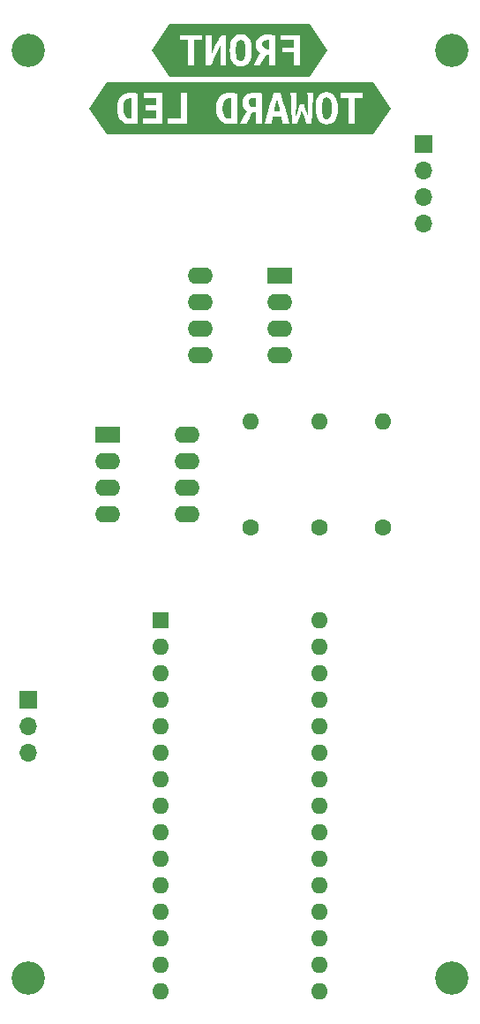
<source format=gbr>
%TF.GenerationSoftware,KiCad,Pcbnew,(6.0.0-0)*%
%TF.CreationDate,2022-10-16T11:18:23-07:00*%
%TF.ProjectId,refresh rate reader,72656672-6573-4682-9072-617465207265,rev?*%
%TF.SameCoordinates,Original*%
%TF.FileFunction,Soldermask,Bot*%
%TF.FilePolarity,Negative*%
%FSLAX46Y46*%
G04 Gerber Fmt 4.6, Leading zero omitted, Abs format (unit mm)*
G04 Created by KiCad (PCBNEW (6.0.0-0)) date 2022-10-16 11:18:23*
%MOMM*%
%LPD*%
G01*
G04 APERTURE LIST*
%ADD10R,1.700000X1.700000*%
%ADD11O,1.700000X1.700000*%
%ADD12C,1.600000*%
%ADD13O,1.600000X1.600000*%
%ADD14R,2.400000X1.600000*%
%ADD15O,2.400000X1.600000*%
%ADD16R,1.600000X1.600000*%
%ADD17C,3.200000*%
G04 APERTURE END LIST*
%TO.C,kibuzzard-634C412A*%
G36*
X132858404Y-61439999D02*
G01*
X135537575Y-61439999D01*
X135563173Y-61819213D01*
X135639969Y-62137705D01*
X135762008Y-62399047D01*
X135923337Y-62606811D01*
X136121577Y-62763379D01*
X136354344Y-62871130D01*
X136616877Y-62933638D01*
X136904412Y-62954474D01*
X137211594Y-62937805D01*
X137337384Y-62916374D01*
X137980737Y-62916374D01*
X139871450Y-62916374D01*
X140361987Y-62916374D01*
X142214600Y-62916374D01*
X142214600Y-61439999D01*
X145062575Y-61439999D01*
X145088173Y-61819213D01*
X145164969Y-62137705D01*
X145287008Y-62399047D01*
X145448337Y-62606811D01*
X145646577Y-62763379D01*
X145879344Y-62871130D01*
X146141877Y-62933638D01*
X146429412Y-62954474D01*
X146736594Y-62937805D01*
X146862384Y-62916374D01*
X147367625Y-62916374D01*
X147981987Y-62916374D01*
X148100455Y-62635982D01*
X148236781Y-62366305D01*
X148387395Y-62100201D01*
X148548725Y-61830524D01*
X148853525Y-61830524D01*
X148853525Y-62916374D01*
X149439312Y-62916374D01*
X149739350Y-62916374D01*
X150368000Y-62916374D01*
X150506112Y-62235336D01*
X151291925Y-62235336D01*
X151425275Y-62916374D01*
X152034875Y-62916374D01*
X151950864Y-62573950D01*
X151866473Y-62243909D01*
X151781700Y-61926250D01*
X151696547Y-61620974D01*
X151611012Y-61328080D01*
X151504749Y-60974316D01*
X151400272Y-60629779D01*
X151297580Y-60294469D01*
X151196675Y-59968386D01*
X152187275Y-59968386D01*
X152201562Y-60335694D01*
X152215850Y-60713718D01*
X152231328Y-61095908D01*
X152249187Y-61475718D01*
X152270023Y-61851360D01*
X152294431Y-62221049D01*
X152322411Y-62578236D01*
X152353962Y-62916374D01*
X152839737Y-62916374D01*
X152944512Y-62605026D01*
X153049287Y-62271055D01*
X153154062Y-61933513D01*
X153258837Y-61611449D01*
X153365994Y-61924583D01*
X153477912Y-62263911D01*
X153587450Y-62603240D01*
X153687462Y-62916374D01*
X154173237Y-62916374D01*
X154208956Y-62577641D01*
X154239912Y-62218668D01*
X154266702Y-61847193D01*
X154289919Y-61470955D01*
X154291520Y-61439999D01*
X154587575Y-61439999D01*
X154604839Y-61797633D01*
X154656631Y-62108535D01*
X154742952Y-62372705D01*
X154863800Y-62590143D01*
X155073350Y-62805778D01*
X155333700Y-62935159D01*
X155644850Y-62978286D01*
X155963673Y-62935159D01*
X156227992Y-62805778D01*
X156437806Y-62590143D01*
X156557613Y-62372705D01*
X156643189Y-62108535D01*
X156694535Y-61797633D01*
X156711650Y-61439999D01*
X156694088Y-61082365D01*
X156641403Y-60771463D01*
X156553595Y-60507293D01*
X156523556Y-60454161D01*
X156959300Y-60454161D01*
X157735587Y-60454161D01*
X157735587Y-62916374D01*
X158326137Y-62916374D01*
X158326137Y-60454161D01*
X159102425Y-60454161D01*
X159102425Y-59968386D01*
X156959300Y-59968386D01*
X156959300Y-60454161D01*
X156523556Y-60454161D01*
X156430662Y-60289855D01*
X156218996Y-60074220D01*
X155958646Y-59944839D01*
X155649612Y-59901711D01*
X155331054Y-59944839D01*
X155067529Y-60074220D01*
X154859037Y-60289855D01*
X154740273Y-60507293D01*
X154655441Y-60771463D01*
X154604541Y-61082365D01*
X154587575Y-61439999D01*
X154291520Y-61439999D01*
X154309564Y-61091146D01*
X154325637Y-60708955D01*
X154338734Y-60332122D01*
X154349450Y-59968386D01*
X153806525Y-59968386D01*
X153811287Y-60254136D01*
X153816050Y-60549411D01*
X153820812Y-60848854D01*
X153825575Y-61147105D01*
X153830337Y-61441190D01*
X153835100Y-61728130D01*
X153838672Y-62002569D01*
X153839862Y-62259149D01*
X153742231Y-61925774D01*
X153637456Y-61568586D01*
X153544587Y-61244736D01*
X153477912Y-61011374D01*
X153049287Y-61011374D01*
X152992137Y-61235211D01*
X152908794Y-61530486D01*
X152808781Y-61878149D01*
X152701625Y-62259149D01*
X152702816Y-62002569D01*
X152706387Y-61728130D01*
X152711150Y-61441785D01*
X152715912Y-61149486D01*
X152720675Y-60852426D01*
X152725437Y-60551793D01*
X152729009Y-60254732D01*
X152730200Y-59968386D01*
X152187275Y-59968386D01*
X151196675Y-59968386D01*
X150558500Y-59968386D01*
X150453874Y-60297148D01*
X150349545Y-60635732D01*
X150245514Y-60984138D01*
X150141781Y-61342368D01*
X150059390Y-61637738D01*
X149977951Y-61942824D01*
X149897465Y-62257625D01*
X149817931Y-62582142D01*
X149739350Y-62916374D01*
X149439312Y-62916374D01*
X149439312Y-60011249D01*
X149251194Y-59975530D01*
X149044025Y-59951718D01*
X148844000Y-59939811D01*
X148677312Y-59935049D01*
X148436806Y-59949336D01*
X148220112Y-59992199D01*
X148029612Y-60064827D01*
X147867687Y-60168411D01*
X147641469Y-60470830D01*
X147582533Y-60670260D01*
X147562887Y-60901836D01*
X147589081Y-61147105D01*
X147667662Y-61368561D01*
X147806966Y-61553108D01*
X148015325Y-61687649D01*
X147843875Y-61961493D01*
X147667662Y-62275818D01*
X147503356Y-62604430D01*
X147367625Y-62916374D01*
X146862384Y-62916374D01*
X147058062Y-62883036D01*
X147058062Y-60006486D01*
X146681825Y-59949336D01*
X146353212Y-59935049D01*
X146075202Y-59956480D01*
X145822194Y-60020774D01*
X145600142Y-60130907D01*
X145415000Y-60289855D01*
X145266767Y-60498215D01*
X145155444Y-60756580D01*
X145085792Y-61069119D01*
X145062575Y-61439999D01*
X142214600Y-61439999D01*
X142214600Y-59968386D01*
X141624050Y-59968386D01*
X141624050Y-62430599D01*
X140361987Y-62430599D01*
X140361987Y-62916374D01*
X139871450Y-62916374D01*
X139871450Y-59968386D01*
X138085512Y-59968386D01*
X138085512Y-60454161D01*
X139285662Y-60454161D01*
X139285662Y-61116149D01*
X138242675Y-61116149D01*
X138242675Y-61601924D01*
X139285662Y-61601924D01*
X139285662Y-62430599D01*
X137980737Y-62430599D01*
X137980737Y-62916374D01*
X137337384Y-62916374D01*
X137533062Y-62883036D01*
X137533062Y-60006486D01*
X137156825Y-59949336D01*
X136828212Y-59935049D01*
X136550202Y-59956480D01*
X136297194Y-60020774D01*
X136075142Y-60130907D01*
X135890000Y-60289855D01*
X135741767Y-60498215D01*
X135630444Y-60756580D01*
X135560792Y-61069119D01*
X135537575Y-61439999D01*
X132858404Y-61439999D01*
X134545387Y-58909524D01*
X160094612Y-58909524D01*
X161781596Y-61439999D01*
X160094612Y-63970474D01*
X134545387Y-63970474D01*
X132858404Y-61439999D01*
G37*
G36*
X155892500Y-60492261D02*
G01*
X156032994Y-60713718D01*
X156099669Y-61039949D01*
X156112170Y-61232830D01*
X156116337Y-61439999D01*
X156112170Y-61647763D01*
X156099669Y-61842430D01*
X156032994Y-62168661D01*
X155892500Y-62387736D01*
X155649612Y-62468699D01*
X155409106Y-62387736D01*
X155266231Y-62166280D01*
X155199556Y-61840049D01*
X155187055Y-61647168D01*
X155182887Y-61439999D01*
X155187055Y-61232235D01*
X155199556Y-61037568D01*
X155266231Y-60711336D01*
X155406725Y-60492261D01*
X155649612Y-60411299D01*
X155892500Y-60492261D01*
G37*
G36*
X146386550Y-60447018D02*
G01*
X146472275Y-60458924D01*
X146472275Y-62440124D01*
X146419887Y-62444886D01*
X146367500Y-62444886D01*
X146031744Y-62368686D01*
X145812669Y-62159136D01*
X145693606Y-61842430D01*
X145666817Y-61650144D01*
X145657887Y-61439999D01*
X145686462Y-61068524D01*
X145786475Y-60749436D01*
X145981737Y-60527980D01*
X146300825Y-60444636D01*
X146386550Y-60447018D01*
G37*
G36*
X136861550Y-60447018D02*
G01*
X136947275Y-60458924D01*
X136947275Y-62440124D01*
X136894887Y-62444886D01*
X136842500Y-62444886D01*
X136506744Y-62368686D01*
X136287669Y-62159136D01*
X136168606Y-61842430D01*
X136141817Y-61650144D01*
X136132887Y-61439999D01*
X136161462Y-61068524D01*
X136261475Y-60749436D01*
X136456737Y-60527980D01*
X136775825Y-60444636D01*
X136861550Y-60447018D01*
G37*
G36*
X150979981Y-60856593D02*
G01*
X151056181Y-61151868D01*
X151122856Y-61444761D01*
X151182387Y-61749561D01*
X150606125Y-61749561D01*
X150663275Y-61444761D01*
X150727569Y-61151868D01*
X150803769Y-60856593D01*
X150891875Y-60539886D01*
X150979981Y-60856593D01*
G37*
G36*
X148758275Y-60447018D02*
G01*
X148853525Y-60458924D01*
X148853525Y-61344749D01*
X148724937Y-61344749D01*
X148466572Y-61315579D01*
X148291550Y-61228068D01*
X148158200Y-60897074D01*
X148193919Y-60694668D01*
X148301075Y-60554174D01*
X148466572Y-60472021D01*
X148677312Y-60444636D01*
X148758275Y-60447018D01*
G37*
%TO.C,kibuzzard-634C4154*%
G36*
X138897254Y-55880000D02*
G01*
X139554479Y-54894162D01*
X141576425Y-54894162D01*
X142352713Y-54894162D01*
X142352713Y-57356375D01*
X142943263Y-57356375D01*
X144057688Y-57356375D01*
X144529175Y-57356375D01*
X144666494Y-57029615D01*
X144811750Y-56703383D01*
X144964944Y-56377681D01*
X145126075Y-56051979D01*
X145295144Y-55725748D01*
X145472150Y-55398987D01*
X145472150Y-57356375D01*
X146000788Y-57356375D01*
X146000788Y-55880000D01*
X146348450Y-55880000D01*
X146365714Y-56237634D01*
X146417506Y-56548536D01*
X146503827Y-56812706D01*
X146624675Y-57030144D01*
X146834225Y-57245779D01*
X147094575Y-57375160D01*
X147405725Y-57418287D01*
X147724548Y-57375160D01*
X147762925Y-57356375D01*
X148653500Y-57356375D01*
X149267863Y-57356375D01*
X149386330Y-57075983D01*
X149522656Y-56806306D01*
X149673270Y-56540202D01*
X149834600Y-56270525D01*
X150139400Y-56270525D01*
X150139400Y-57356375D01*
X150725188Y-57356375D01*
X150725188Y-54894162D01*
X151258588Y-54894162D01*
X152477788Y-54894162D01*
X152477788Y-55608537D01*
X151410988Y-55608537D01*
X151410988Y-56094312D01*
X152477788Y-56094312D01*
X152477788Y-57356375D01*
X153063575Y-57356375D01*
X153063575Y-54408387D01*
X151258588Y-54408387D01*
X151258588Y-54894162D01*
X150725188Y-54894162D01*
X150725188Y-54451250D01*
X150537069Y-54415531D01*
X150329900Y-54391719D01*
X150129875Y-54379812D01*
X149963188Y-54375050D01*
X149722681Y-54389337D01*
X149505988Y-54432200D01*
X149315488Y-54504828D01*
X149153563Y-54608412D01*
X148927344Y-54910831D01*
X148868408Y-55110261D01*
X148848763Y-55341837D01*
X148874956Y-55587106D01*
X148953538Y-55808562D01*
X149092841Y-55993109D01*
X149301200Y-56127650D01*
X149129750Y-56401494D01*
X148953538Y-56715819D01*
X148789231Y-57044431D01*
X148653500Y-57356375D01*
X147762925Y-57356375D01*
X147988867Y-57245779D01*
X148198681Y-57030144D01*
X148318488Y-56812706D01*
X148404064Y-56548536D01*
X148455410Y-56237634D01*
X148472525Y-55880000D01*
X148454963Y-55522366D01*
X148402278Y-55211464D01*
X148314470Y-54947294D01*
X148191538Y-54729856D01*
X147979871Y-54514221D01*
X147719521Y-54384840D01*
X147410488Y-54341712D01*
X147091929Y-54384840D01*
X146828404Y-54514221D01*
X146619913Y-54729856D01*
X146501148Y-54947294D01*
X146416316Y-55211464D01*
X146365416Y-55522366D01*
X146348450Y-55880000D01*
X146000788Y-55880000D01*
X146000788Y-54408387D01*
X145529300Y-54408387D01*
X145395950Y-54626867D01*
X145262600Y-54863206D01*
X145131036Y-55107880D01*
X145003044Y-55351362D01*
X144881600Y-55590678D01*
X144769681Y-55822850D01*
X144670264Y-56037162D01*
X144586325Y-56222900D01*
X144586325Y-54408387D01*
X144057688Y-54408387D01*
X144057688Y-57356375D01*
X142943263Y-57356375D01*
X142943263Y-54894162D01*
X143719550Y-54894162D01*
X143719550Y-54408387D01*
X141576425Y-54408387D01*
X141576425Y-54894162D01*
X139554479Y-54894162D01*
X140584237Y-53349525D01*
X154055763Y-53349525D01*
X155742746Y-55880000D01*
X154055763Y-58410475D01*
X140584237Y-58410475D01*
X138897254Y-55880000D01*
G37*
G36*
X147653375Y-54932262D02*
G01*
X147793869Y-55153719D01*
X147860544Y-55479950D01*
X147873045Y-55672831D01*
X147877213Y-55880000D01*
X147873045Y-56087764D01*
X147860544Y-56282431D01*
X147793869Y-56608662D01*
X147653375Y-56827737D01*
X147410488Y-56908700D01*
X147169981Y-56827737D01*
X147027106Y-56606281D01*
X146960431Y-56280050D01*
X146947930Y-56087169D01*
X146943762Y-55880000D01*
X146947930Y-55672236D01*
X146960431Y-55477569D01*
X147027106Y-55151337D01*
X147167600Y-54932262D01*
X147410488Y-54851300D01*
X147653375Y-54932262D01*
G37*
G36*
X150044150Y-54887019D02*
G01*
X150139400Y-54898925D01*
X150139400Y-55784750D01*
X150010813Y-55784750D01*
X149752447Y-55755580D01*
X149577425Y-55668069D01*
X149444075Y-55337075D01*
X149479794Y-55134669D01*
X149586950Y-54994175D01*
X149752447Y-54912022D01*
X149963188Y-54884637D01*
X150044150Y-54887019D01*
G37*
%TD*%
D10*
%TO.C,J1*%
X164935000Y-64885000D03*
D11*
X164935000Y-67425000D03*
X164935000Y-69965000D03*
X164935000Y-72505000D03*
%TD*%
D12*
%TO.C,R2*%
X154940000Y-101600000D03*
D13*
X154940000Y-91440000D03*
%TD*%
D12*
%TO.C,R3*%
X161050000Y-101600000D03*
D13*
X161050000Y-91440000D03*
%TD*%
D11*
%TO.C,J2*%
X127000000Y-123224169D03*
X127000000Y-120684169D03*
D10*
X127000000Y-118144169D03*
%TD*%
D14*
%TO.C,U2*%
X134620000Y-92720000D03*
D15*
X134620000Y-95260000D03*
X134620000Y-97800000D03*
X134620000Y-100340000D03*
X142240000Y-100340000D03*
X142240000Y-97800000D03*
X142240000Y-95260000D03*
X142240000Y-92720000D03*
%TD*%
D16*
%TO.C,A1*%
X139710000Y-110490000D03*
D13*
X139710000Y-113030000D03*
X139710000Y-115570000D03*
X139710000Y-118110000D03*
X139710000Y-120650000D03*
X139710000Y-123190000D03*
X139710000Y-125730000D03*
X139710000Y-128270000D03*
X139710000Y-130810000D03*
X139710000Y-133350000D03*
X139710000Y-135890000D03*
X139710000Y-138430000D03*
X139710000Y-140970000D03*
X139710000Y-143510000D03*
X139710000Y-146050000D03*
X154950000Y-146050000D03*
X154950000Y-143510000D03*
X154950000Y-140970000D03*
X154950000Y-138430000D03*
X154950000Y-135890000D03*
X154950000Y-133350000D03*
X154950000Y-130810000D03*
X154950000Y-128270000D03*
X154950000Y-125730000D03*
X154950000Y-123190000D03*
X154950000Y-120650000D03*
X154950000Y-118110000D03*
X154950000Y-115570000D03*
X154950000Y-113030000D03*
X154950000Y-110490000D03*
%TD*%
D17*
%TO.C,H3*%
X167640000Y-144780000D03*
%TD*%
D12*
%TO.C,R1*%
X148350000Y-101600000D03*
D13*
X148350000Y-91440000D03*
%TD*%
D17*
%TO.C,H1*%
X127000000Y-144780000D03*
%TD*%
%TO.C,H2*%
X127000000Y-55880000D03*
%TD*%
%TO.C,H4*%
X167640000Y-55880000D03*
%TD*%
D14*
%TO.C,U1*%
X151145000Y-77480000D03*
D15*
X151145000Y-80020000D03*
X151145000Y-82560000D03*
X151145000Y-85100000D03*
X143525000Y-85100000D03*
X143525000Y-82560000D03*
X143525000Y-80020000D03*
X143525000Y-77480000D03*
%TD*%
M02*

</source>
